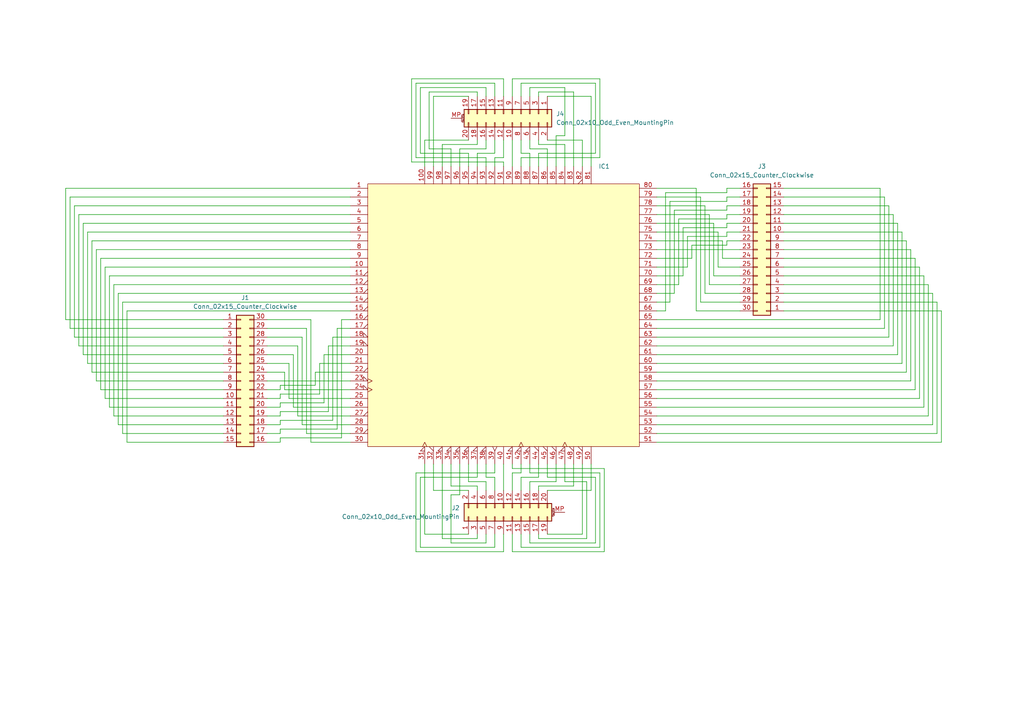
<source format=kicad_sch>
(kicad_sch (version 20250114) (generator "eeschema") (generator_version "9.0")
  (paper "A4")
  (title_block (title "PQFP-100 adapter board") (date "2025-02-25") (rev "1") (company "TMG") (comment 1 "Prototype board series 1"))
  (lib_symbols
    (symbol "Connector_Generic:Conn_02x15_Counter_Clockwise" (pin_names (offset 1.016) (hide yes))
      (property "Reference" "J" (at 1.27 20.32 0))
      (property "Value" "Conn_02x15_Counter_Clockwise" (at 1.27 -20.32 0))
      (symbol "Conn_02x15_Counter_Clockwise_1_1"
        (rectangle (start -1.27 19.05) (end 3.81 -19.05) (stroke (width 0.254)) (fill (type background)))
        (rectangle (start -1.27 17.907) (end 0 17.653) (stroke (width 0.1524)))
        (rectangle (start -1.27 15.367) (end 0 15.113) (stroke (width 0.1524)))
        (rectangle (start -1.27 12.827) (end 0 12.573) (stroke (width 0.1524)))
        (rectangle (start -1.27 10.287) (end 0 10.033) (stroke (width 0.1524)))
        (rectangle (start -1.27 7.747) (end 0 7.493) (stroke (width 0.1524)))
        (rectangle (start -1.27 5.207) (end 0 4.953) (stroke (width 0.1524)))
        (rectangle (start -1.27 2.667) (end 0 2.413) (stroke (width 0.1524)))
        (rectangle (start -1.27 0.127) (end 0 -0.127) (stroke (width 0.1524)))
        (rectangle (start -1.27 -2.413) (end 0 -2.667) (stroke (width 0.1524)))
        (rectangle (start -1.27 -4.953) (end 0 -5.207) (stroke (width 0.1524)))
        (rectangle (start -1.27 -7.493) (end 0 -7.747) (stroke (width 0.1524)))
        (rectangle (start -1.27 -10.033) (end 0 -10.287) (stroke (width 0.1524)))
        (rectangle (start -1.27 -12.573) (end 0 -12.827) (stroke (width 0.1524)))
        (rectangle (start -1.27 -15.113) (end 0 -15.367) (stroke (width 0.1524)))
        (rectangle (start -1.27 -17.653) (end 0 -17.907) (stroke (width 0.1524)))
        (rectangle (start 3.81 17.907) (end 2.54 17.653) (stroke (width 0.1524)))
        (rectangle (start 3.81 15.367) (end 2.54 15.113) (stroke (width 0.1524)))
        (rectangle (start 3.81 12.827) (end 2.54 12.573) (stroke (width 0.1524)))
        (rectangle (start 3.81 10.287) (end 2.54 10.033) (stroke (width 0.1524)))
        (rectangle (start 3.81 7.747) (end 2.54 7.493) (stroke (width 0.1524)))
        (rectangle (start 3.81 5.207) (end 2.54 4.953) (stroke (width 0.1524)))
        (rectangle (start 3.81 2.667) (end 2.54 2.413) (stroke (width 0.1524)))
        (rectangle (start 3.81 0.127) (end 2.54 -0.127) (stroke (width 0.1524)))
        (rectangle (start 3.81 -2.413) (end 2.54 -2.667) (stroke (width 0.1524)))
        (rectangle (start 3.81 -4.953) (end 2.54 -5.207) (stroke (width 0.1524)))
        (rectangle (start 3.81 -7.493) (end 2.54 -7.747) (stroke (width 0.1524)))
        (rectangle (start 3.81 -10.033) (end 2.54 -10.287) (stroke (width 0.1524)))
        (rectangle (start 3.81 -12.573) (end 2.54 -12.827) (stroke (width 0.1524)))
        (rectangle (start 3.81 -15.113) (end 2.54 -15.367) (stroke (width 0.1524)))
        (rectangle (start 3.81 -17.653) (end 2.54 -17.907) (stroke (width 0.1524)))
        (pin passive line (at -5.08 17.78 0) (length 3.81) (name "Pin_1") (number "1"))
        (pin passive line (at -5.08 15.24 0) (length 3.81) (name "Pin_2") (number "2"))
        (pin passive line (at -5.08 12.7 0) (length 3.81) (name "Pin_3") (number "3"))
        (pin passive line (at -5.08 10.16 0) (length 3.81) (name "Pin_4") (number "4"))
        (pin passive line (at -5.08 7.62 0) (length 3.81) (name "Pin_5") (number "5"))
        (pin passive line (at -5.08 5.08 0) (length 3.81) (name "Pin_6") (number "6"))
        (pin passive line (at -5.08 2.54 0) (length 3.81) (name "Pin_7") (number "7"))
        (pin passive line (at -5.08 0 0) (length 3.81) (name "Pin_8") (number "8"))
        (pin passive line (at -5.08 -2.54 0) (length 3.81) (name "Pin_9") (number "9"))
        (pin passive line (at -5.08 -5.08 0) (length 3.81) (name "Pin_10") (number "10"))
        (pin passive line (at -5.08 -7.62 0) (length 3.81) (name "Pin_11") (number "11"))
        (pin passive line (at -5.08 -10.16 0) (length 3.81) (name "Pin_12") (number "12"))
        (pin passive line (at -5.08 -12.7 0) (length 3.81) (name "Pin_13") (number "13"))
        (pin passive line (at -5.08 -15.24 0) (length 3.81) (name "Pin_14") (number "14"))
        (pin passive line (at -5.08 -17.78 0) (length 3.81) (name "Pin_15") (number "15"))
        (pin passive line (at 7.62 17.78 180) (length 3.81) (name "Pin_30") (number "30"))
        (pin passive line (at 7.62 15.24 180) (length 3.81) (name "Pin_29") (number "29"))
        (pin passive line (at 7.62 12.7 180) (length 3.81) (name "Pin_28") (number "28"))
        (pin passive line (at 7.62 10.16 180) (length 3.81) (name "Pin_27") (number "27"))
        (pin passive line (at 7.62 7.62 180) (length 3.81) (name "Pin_26") (number "26"))
        (pin passive line (at 7.62 5.08 180) (length 3.81) (name "Pin_25") (number "25"))
        (pin passive line (at 7.62 2.54 180) (length 3.81) (name "Pin_24") (number "24"))
        (pin passive line (at 7.62 0 180) (length 3.81) (name "Pin_23") (number "23"))
        (pin passive line (at 7.62 -2.54 180) (length 3.81) (name "Pin_22") (number "22"))
        (pin passive line (at 7.62 -5.08 180) (length 3.81) (name "Pin_21") (number "21"))
        (pin passive line (at 7.62 -7.62 180) (length 3.81) (name "Pin_20") (number "20"))
        (pin passive line (at 7.62 -10.16 180) (length 3.81) (name "Pin_19") (number "19"))
        (pin passive line (at 7.62 -12.7 180) (length 3.81) (name "Pin_18") (number "18"))
        (pin passive line (at 7.62 -15.24 180) (length 3.81) (name "Pin_17") (number "17"))
        (pin passive line (at 7.62 -17.78 180) (length 3.81) (name "Pin_16") (number "16"))
      )
    )
    (symbol "Connector_Generic_MountingPin:Conn_02x10_Odd_Even_MountingPin" (pin_names (offset 1.016) (hide yes))
      (property "Reference" "J" (at 1.27 12.7 0))
      (property "Value" "Conn_02x10_Odd_Even_MountingPin" (at 2.54 -15.24 0))
      (symbol "Conn_02x10_Odd_Even_MountingPin_1_1"
        (rectangle (start -1.27 11.43) (end 3.81 -13.97) (stroke (width 0.254)) (fill (type background)))
        (rectangle (start -1.27 10.287) (end 0 10.033) (stroke (width 0.1524)))
        (rectangle (start -1.27 7.747) (end 0 7.493) (stroke (width 0.1524)))
        (rectangle (start -1.27 5.207) (end 0 4.953) (stroke (width 0.1524)))
        (rectangle (start -1.27 2.667) (end 0 2.413) (stroke (width 0.1524)))
        (rectangle (start -1.27 0.127) (end 0 -0.127) (stroke (width 0.1524)))
        (rectangle (start -1.27 -2.413) (end 0 -2.667) (stroke (width 0.1524)))
        (rectangle (start -1.27 -4.953) (end 0 -5.207) (stroke (width 0.1524)))
        (rectangle (start -1.27 -7.493) (end 0 -7.747) (stroke (width 0.1524)))
        (rectangle (start -1.27 -10.033) (end 0 -10.287) (stroke (width 0.1524)))
        (rectangle (start -1.27 -12.573) (end 0 -12.827) (stroke (width 0.1524)))
        (polyline (pts (xy 0.254 -14.732) (xy 2.286 -14.732)) (stroke (width 0.1524)))
        (rectangle (start 3.81 10.287) (end 2.54 10.033) (stroke (width 0.1524)))
        (rectangle (start 3.81 7.747) (end 2.54 7.493) (stroke (width 0.1524)))
        (rectangle (start 3.81 5.207) (end 2.54 4.953) (stroke (width 0.1524)))
        (rectangle (start 3.81 2.667) (end 2.54 2.413) (stroke (width 0.1524)))
        (rectangle (start 3.81 0.127) (end 2.54 -0.127) (stroke (width 0.1524)))
        (rectangle (start 3.81 -2.413) (end 2.54 -2.667) (stroke (width 0.1524)))
        (rectangle (start 3.81 -4.953) (end 2.54 -5.207) (stroke (width 0.1524)))
        (rectangle (start 3.81 -7.493) (end 2.54 -7.747) (stroke (width 0.1524)))
        (rectangle (start 3.81 -10.033) (end 2.54 -10.287) (stroke (width 0.1524)))
        (rectangle (start 3.81 -12.573) (end 2.54 -12.827) (stroke (width 0.1524)))
        (text "Mounting" (at 1.27 -14.351 0) (effects (font (size 0.381 0.381))))
        (pin passive line (at -5.08 10.16 0) (length 3.81) (name "Pin_1") (number "1"))
        (pin passive line (at -5.08 7.62 0) (length 3.81) (name "Pin_3") (number "3"))
        (pin passive line (at -5.08 5.08 0) (length 3.81) (name "Pin_5") (number "5"))
        (pin passive line (at -5.08 2.54 0) (length 3.81) (name "Pin_7") (number "7"))
        (pin passive line (at -5.08 0 0) (length 3.81) (name "Pin_9") (number "9"))
        (pin passive line (at -5.08 -2.54 0) (length 3.81) (name "Pin_11") (number "11"))
        (pin passive line (at -5.08 -5.08 0) (length 3.81) (name "Pin_13") (number "13"))
        (pin passive line (at -5.08 -7.62 0) (length 3.81) (name "Pin_15") (number "15"))
        (pin passive line (at -5.08 -10.16 0) (length 3.81) (name "Pin_17") (number "17"))
        (pin passive line (at -5.08 -12.7 0) (length 3.81) (name "Pin_19") (number "19"))
        (pin passive line (at 1.27 -17.78 90) (length 3.048) (name "MountPin") (number "MP"))
        (pin passive line (at 7.62 10.16 180) (length 3.81) (name "Pin_2") (number "2"))
        (pin passive line (at 7.62 7.62 180) (length 3.81) (name "Pin_4") (number "4"))
        (pin passive line (at 7.62 5.08 180) (length 3.81) (name "Pin_6") (number "6"))
        (pin passive line (at 7.62 2.54 180) (length 3.81) (name "Pin_8") (number "8"))
        (pin passive line (at 7.62 0 180) (length 3.81) (name "Pin_10") (number "10"))
        (pin passive line (at 7.62 -2.54 180) (length 3.81) (name "Pin_12") (number "12"))
        (pin passive line (at 7.62 -5.08 180) (length 3.81) (name "Pin_14") (number "14"))
        (pin passive line (at 7.62 -7.62 180) (length 3.81) (name "Pin_16") (number "16"))
        (pin passive line (at 7.62 -10.16 180) (length 3.81) (name "Pin_18") (number "18"))
        (pin passive line (at 7.62 -12.7 180) (length 3.81) (name "Pin_20") (number "20"))
      )
    )
    (symbol "Z80:Z380-100-PQFP" (pin_names (offset 0.762) (hide yes))
      (property "Reference" "IC" (at 0 2.54 0))
      (property "Value" "Z380-100-PQFP" (at 67.31 2.54 0))
      (symbol "Z380-100-PQFP_0_0"
        (pin tri_state line (at -5.08 -1.27 0) (length 5.08) (name "A05") (number "1"))
        (pin tri_state line (at -5.08 -3.81 0) (length 5.08) (name "A04") (number "2"))
        (pin tri_state line (at -5.08 -6.35 0) (length 5.08) (name "A03") (number "3"))
        (pin tri_state line (at -5.08 -8.89 0) (length 5.08) (name "A02") (number "4"))
        (pin tri_state line (at -5.08 -11.43 0) (length 5.08) (name "A01") (number "5"))
        (pin tri_state line (at -5.08 -13.97 0) (length 5.08) (name "A00") (number "6"))
        (pin power_in line (at -5.08 -16.51 0) (length 5.08) (name "VSS_1") (number "7"))
        (pin power_in line (at -5.08 -19.05 0) (length 5.08) (name "VDD_1") (number "8"))
        (pin power_in line (at -5.08 -21.59 0) (length 5.08) (name "VSS_2") (number "9"))
        (pin power_in line (at -5.08 -24.13 0) (length 5.08) (name "VDD_2") (number "10"))
        (pin tri_state output_low (at -5.08 -26.67 0) (length 5.08) (name "~{TREFR}") (number "11"))
        (pin tri_state output_low (at -5.08 -29.21 0) (length 5.08) (name "~{TREFA}") (number "12"))
        (pin tri_state output_low (at -5.08 -31.75 0) (length 5.08) (name "~{TREFC}") (number "13"))
        (pin tri_state output_low (at -5.08 -34.29 0) (length 5.08) (name "~{BHEN}") (number "14"))
        (pin tri_state output_low (at -5.08 -36.83 0) (length 5.08) (name "~{BLEN}") (number "15"))
        (pin tri_state output_low (at -5.08 -39.37 0) (length 5.08) (name "~{MRD}") (number "16"))
        (pin input output_low (at -5.08 -41.91 0) (length 5.08) (name "~{MWR}") (number "17"))
        (pin input input_low (at -5.08 -44.45 0) (length 5.08) (name "~{MSIZE}") (number "18"))
        (pin input input_low (at -5.08 -46.99 0) (length 5.08) (name "~{WAIT}") (number "19"))
        (pin tri_state line (at -5.08 -49.53 0) (length 5.08) (name "BUSCLK") (number "20"))
        (pin tri_state line (at -5.08 -52.07 0) (length 5.08) (name "IOCLK") (number "21"))
        (pin output output_low (at -5.08 -54.61 0) (length 5.08) (name "~{M1}") (number "22"))
        (pin tri_state clock_low (at -5.08 -57.15 0) (length 5.08) (name "~{IORQ}") (number "23"))
        (pin tri_state clock_low (at -5.08 -59.69 0) (length 5.08) (name "~{IORD}") (number "24"))
        (pin input line (at -5.08 -62.23 0) (length 5.08) (name "CLKI") (number "25"))
        (pin output line (at -5.08 -64.77 0) (length 5.08) (name "CLKO") (number "26"))
        (pin tri_state output_low (at -5.08 -67.31 0) (length 5.08) (name "~{IOWR}") (number "27"))
        (pin power_in line (at -5.08 -69.85 0) (length 5.08) (name "VSS_3") (number "28"))
        (pin tri_state output_low (at -5.08 -72.39 0) (length 5.08) (name "~{UMCS}") (number "29"))
        (pin power_in line (at -5.08 -74.93 0) (length 5.08) (name "VSS_4") (number "30"))
        (pin tri_state line (at 16.51 5.08 270) (length 5.08) (name "A06") (number "100"))
        (pin tri_state clock_low (at 16.51 -81.28 90) (length 5.08) (name "~{INTAK}") (number "31"))
        (pin tri_state line (at 19.05 5.08 270) (length 5.08) (name "A07") (number "99"))
        (pin tri_state output_low (at 19.05 -81.28 90) (length 5.08) (name "~{BACK}") (number "32"))
        (pin tri_state line (at 21.59 5.08 270) (length 5.08) (name "A08") (number "98"))
        (pin input input_low (at 21.59 -81.28 90) (length 5.08) (name "~{BREQ}") (number "33"))
        (pin tri_state line (at 24.13 5.08 270) (length 5.08) (name "A09") (number "97"))
        (pin input input_low (at 24.13 -81.28 90) (length 5.08) (name "~{RESET}") (number "34"))
        (pin tri_state line (at 26.67 5.08 270) (length 5.08) (name "A10") (number "96"))
        (pin input input_low (at 26.67 -81.28 90) (length 5.08) (name "~{INT3}") (number "35"))
        (pin tri_state line (at 29.21 5.08 270) (length 5.08) (name "A11") (number "95"))
        (pin input input_low (at 29.21 -81.28 90) (length 5.08) (name "~{INT2}") (number "36"))
        (pin tri_state line (at 31.75 5.08 270) (length 5.08) (name "A12") (number "94"))
        (pin input input_low (at 31.75 -81.28 90) (length 5.08) (name "~{INT1}") (number "37"))
        (pin tri_state line (at 34.29 5.08 270) (length 5.08) (name "A13") (number "93"))
        (pin input input_low (at 34.29 -81.28 90) (length 5.08) (name "~{INT0}") (number "38"))
        (pin tri_state line (at 36.83 5.08 270) (length 5.08) (name "A14") (number "92"))
        (pin input edge_clock_high (at 36.83 -81.28 90) (length 5.08) (name "~{NMI}") (number "39"))
        (pin tri_state line (at 39.37 5.08 270) (length 5.08) (name "A15") (number "91"))
        (pin input line (at 39.37 -81.28 90) (length 5.08) (name "CLKSEL") (number "40"))
        (pin power_in line (at 41.91 5.08 270) (length 5.08) (name "VDD_8") (number "90"))
        (pin tri_state input_low (at 41.91 -81.28 90) (length 5.08) (name "~{HALT}") (number "41"))
        (pin power_in line (at 44.45 5.08 270) (length 5.08) (name "VSS_8") (number "89"))
        (pin tri_state clock_low (at 44.45 -81.28 90) (length 5.08) (name "~{STNBY}") (number "42"))
        (pin power_in line (at 46.99 5.08 270) (length 5.08) (name "VDD_7") (number "88"))
        (pin input input_low (at 46.99 -81.28 90) (length 5.08) (name "~{EV}") (number "43"))
        (pin tri_state line (at 49.53 5.08 270) (length 5.08) (name "A16") (number "87"))
        (pin tri_state output_low (at 49.53 -81.28 90) (length 5.08) (name "~{UMCS}") (number "44"))
        (pin tri_state line (at 52.07 5.08 270) (length 5.08) (name "A17") (number "86"))
        (pin tri_state output_low (at 52.07 -81.28 90) (length 5.08) (name "~{MCS3}") (number "45"))
        (pin tri_state line (at 54.61 5.08 270) (length 5.08) (name "A18") (number "85"))
        (pin tri_state output_low (at 54.61 -81.28 90) (length 5.08) (name "~{MCS2}") (number "46"))
        (pin tri_state line (at 57.15 5.08 270) (length 5.08) (name "A19") (number "84"))
        (pin tri_state clock_low (at 57.15 -81.28 90) (length 5.08) (name "~{MCS1}") (number "47"))
        (pin tri_state line (at 59.69 5.08 270) (length 5.08) (name "A20") (number "83"))
        (pin tri_state output_low (at 59.69 -81.28 90) (length 5.08) (name "~{MCS0}") (number "48"))
        (pin tri_state output_low (at 62.23 5.08 270) (length 5.08) (name "A21") (number "82"))
        (pin tri_state output_low (at 62.23 -81.28 90) (length 5.08) (name "~{LMCS}") (number "49"))
        (pin tri_state line (at 64.77 5.08 270) (length 5.08) (name "A22") (number "81"))
        (pin power_in line (at 64.77 -81.28 90) (length 5.08) (name "VDD_4") (number "50"))
        (pin tri_state line (at 83.82 -1.27 180) (length 5.08) (name "A23") (number "80"))
        (pin tri_state line (at 83.82 -3.81 180) (length 5.08) (name "A24") (number "79"))
        (pin tri_state line (at 83.82 -6.35 180) (length 5.08) (name "A25") (number "78"))
        (pin tri_state line (at 83.82 -8.89 180) (length 5.08) (name "A26") (number "77"))
        (pin tri_state line (at 83.82 -11.43 180) (length 5.08) (name "A27") (number "76"))
        (pin tri_state line (at 83.82 -13.97 180) (length 5.08) (name "A28") (number "75"))
        (pin tri_state line (at 83.82 -16.51 180) (length 5.08) (name "A29") (number "74"))
        (pin tri_state line (at 83.82 -19.05 180) (length 5.08) (name "A30") (number "73"))
        (pin tri_state line (at 83.82 -21.59 180) (length 5.08) (name "A31") (number "72"))
        (pin power_in line (at 83.82 -24.13 180) (length 5.08) (name "VSS_7") (number "71"))
        (pin power_in line (at 83.82 -26.67 180) (length 5.08) (name "VDD_6") (number "70"))
        (pin power_in line (at 83.82 -29.21 180) (length 5.08) (name "VSS_6") (number "69"))
        (pin tri_state line (at 83.82 -31.75 180) (length 5.08) (name "D00") (number "68"))
        (pin tri_state line (at 83.82 -34.29 180) (length 5.08) (name "D01") (number "67"))
        (pin tri_state line (at 83.82 -36.83 180) (length 5.08) (name "D02") (number "66"))
        (pin tri_state line (at 83.82 -39.37 180) (length 5.08) (name "D03") (number "65"))
        (pin tri_state line (at 83.82 -41.91 180) (length 5.08) (name "D04") (number "64"))
        (pin tri_state line (at 83.82 -44.45 180) (length 5.08) (name "D05") (number "63"))
        (pin tri_state line (at 83.82 -46.99 180) (length 5.08) (name "D06") (number "62"))
        (pin tri_state line (at 83.82 -49.53 180) (length 5.08) (name "D07") (number "61"))
        (pin tri_state line (at 83.82 -52.07 180) (length 5.08) (name "D08") (number "60"))
        (pin tri_state line (at 83.82 -54.61 180) (length 5.08) (name "D09") (number "59"))
        (pin tri_state line (at 83.82 -57.15 180) (length 5.08) (name "D10") (number "58"))
        (pin tri_state line (at 83.82 -59.69 180) (length 5.08) (name "D11") (number "57"))
        (pin tri_state line (at 83.82 -62.23 180) (length 5.08) (name "D12") (number "56"))
        (pin tri_state line (at 83.82 -64.77 180) (length 5.08) (name "D13") (number "55"))
        (pin tri_state line (at 83.82 -67.31 180) (length 5.08) (name "D14") (number "54"))
        (pin tri_state line (at 83.82 -69.85 180) (length 5.08) (name "D15") (number "53"))
        (pin power_out line (at 83.82 -72.39 180) (length 5.08) (name "VDD_5") (number "52"))
        (pin power_in line (at 83.82 -74.93 180) (length 5.08) (name "VSS_5") (number "51"))
      )
      (symbol "Z380-100-PQFP_0_1"
        (rectangle (start 78.74 -76.2) (end 0 0) (fill (type background)))
      )
    )
  )
  (no_connect (at 88.9 -173.99))
  (wire (pts (xy 82.55 107.95) (xy 82.55 113.03)))
  (wire (pts (xy 207.01 64.77) (xy 190.5 64.77)))
  (wire (pts (xy 146.05 154.94) (xy 146.05 160.02)))
  (wire (pts (xy 190.5 77.47) (xy 199.39 77.47)))
  (wire (pts (xy 148.59 160.02) (xy 175.26 160.02)))
  (wire (pts (xy 204.47 85.09) (xy 204.47 59.69)))
  (wire (pts (xy 262.89 107.95) (xy 190.5 107.95)))
  (wire (pts (xy 214.63 85.09) (xy 204.47 85.09)))
  (wire (pts (xy 168.91 154.94) (xy 168.91 134.62)))
  (wire (pts (xy 135.89 27.94) (xy 125.73 27.94)))
  (wire (pts (xy 120.65 160.02) (xy 120.65 137.16)))
  (wire (pts (xy 135.89 40.64) (xy 123.19 40.64)))
  (wire (pts (xy 259.08 100.33) (xy 190.5 100.33)))
  (wire (pts (xy 148.59 22.86) (xy 173.99 22.86)))
  (wire (pts (xy 120.65 45.72) (xy 120.65 24.13)))
  (wire (pts (xy 227.33 72.39) (xy 264.16 72.39)))
  (wire (pts (xy 101.6 115.57) (xy 83.82 115.57)))
  (wire (pts (xy 130.81 143.51) (xy 130.81 157.48)))
  (wire (pts (xy 77.47 125.73) (xy 81.28 125.73)))
  (wire (pts (xy 87.63 123.19) (xy 101.6 123.19)))
  (wire (pts (xy 172.72 24.13) (xy 151.13 24.13)))
  (wire (pts (xy 77.47 128.27) (xy 81.28 128.27)))
  (wire (pts (xy 148.59 154.94) (xy 148.59 160.02)))
  (wire (pts (xy 138.43 44.45) (xy 138.43 48.26)))
  (wire (pts (xy 170.18 156.21) (xy 170.18 139.7)))
  (wire (pts (xy 19.05 54.61) (xy 101.6 54.61)))
  (wire (pts (xy 22.86 62.23) (xy 101.6 62.23)))
  (wire (pts (xy 81.28 125.73) (xy 81.28 124.46)))
  (wire (pts (xy 170.18 139.7) (xy 163.83 139.7)))
  (wire (pts (xy 121.92 158.75) (xy 143.51 158.75)))
  (wire (pts (xy 146.05 22.86) (xy 119.38 22.86)))
  (wire (pts (xy 214.63 74.93) (xy 209.55 74.93)))
  (wire (pts (xy 101.6 57.15) (xy 20.32 57.15)))
  (wire (pts (xy 135.89 154.94) (xy 123.19 154.94)))
  (wire (pts (xy 171.45 142.24) (xy 171.45 134.62)))
  (wire (pts (xy 210.82 59.69) (xy 210.82 60.96)))
  (wire (pts (xy 140.97 48.26) (xy 140.97 45.72)))
  (wire (pts (xy 214.63 57.15) (xy 210.82 57.15)))
  (wire (pts (xy 264.16 72.39) (xy 264.16 110.49)))
  (wire (pts (xy 83.82 115.57) (xy 83.82 105.41)))
  (wire (pts (xy 36.83 90.17) (xy 36.83 128.27)))
  (wire (pts (xy 95.25 119.38) (xy 81.28 119.38)))
  (wire (pts (xy 271.78 87.63) (xy 227.33 87.63)))
  (wire (pts (xy 190.5 57.15) (xy 203.2 57.15)))
  (wire (pts (xy 163.83 25.4) (xy 153.67 25.4)))
  (wire (pts (xy 273.05 128.27) (xy 190.5 128.27)))
  (wire (pts (xy 257.81 59.69) (xy 257.81 97.79)))
  (wire (pts (xy 143.51 138.43) (xy 140.97 138.43)))
  (wire (pts (xy 158.75 43.18) (xy 158.75 48.26)))
  (wire (pts (xy 166.37 140.97) (xy 166.37 134.62)))
  (wire (pts (xy 133.35 143.51) (xy 130.81 143.51)))
  (wire (pts (xy 81.28 114.3) (xy 81.28 115.57)))
  (wire (pts (xy 190.5 67.31) (xy 208.28 67.31)))
  (wire (pts (xy 29.21 113.03) (xy 64.77 113.03)))
  (wire (pts (xy 88.9 95.25) (xy 77.47 95.25)))
  (wire (pts (xy 214.63 69.85) (xy 210.82 69.85)))
  (wire (pts (xy 148.59 40.64) (xy 148.59 48.26)))
  (wire (pts (xy 156.21 27.94) (xy 156.21 26.67)))
  (wire (pts (xy 193.04 55.88) (xy 210.82 55.88)))
  (wire (pts (xy 119.38 22.86) (xy 119.38 46.99)))
  (wire (pts (xy 151.13 45.72) (xy 151.13 48.26)))
  (wire (pts (xy 81.28 116.84) (xy 93.98 116.84)))
  (wire (pts (xy 214.63 54.61) (xy 210.82 54.61)))
  (wire (pts (xy 130.81 43.18) (xy 130.81 48.26)))
  (wire (pts (xy 199.39 68.58) (xy 210.82 68.58)))
  (wire (pts (xy 143.51 45.72) (xy 143.51 48.26)))
  (wire (pts (xy 27.94 110.49) (xy 27.94 72.39)))
  (wire (pts (xy 34.29 123.19) (xy 34.29 85.09)))
  (wire (pts (xy 214.63 72.39) (xy 190.5 72.39)))
  (wire (pts (xy 196.85 82.55) (xy 196.85 63.5)))
  (wire (pts (xy 161.29 39.37) (xy 163.83 39.37)))
  (wire (pts (xy 264.16 110.49) (xy 190.5 110.49)))
  (wire (pts (xy 156.21 142.24) (xy 156.21 140.97)))
  (wire (pts (xy 153.67 40.64) (xy 153.67 43.18)))
  (wire (pts (xy 64.77 100.33) (xy 22.86 100.33)))
  (wire (pts (xy 194.31 87.63) (xy 190.5 87.63)))
  (wire (pts (xy 190.5 118.11) (xy 267.97 118.11)))
  (wire (pts (xy 210.82 69.85) (xy 210.82 71.12)))
  (wire (pts (xy 172.72 138.43) (xy 172.72 157.48)))
  (wire (pts (xy 77.47 123.19) (xy 81.28 123.19)))
  (wire (pts (xy 101.6 125.73) (xy 88.9 125.73)))
  (wire (pts (xy 138.43 138.43) (xy 121.92 138.43)))
  (wire (pts (xy 143.51 24.13) (xy 143.51 27.94)))
  (wire (pts (xy 227.33 77.47) (xy 266.7 77.47)))
  (wire (pts (xy 153.67 25.4) (xy 153.67 27.94)))
  (wire (pts (xy 81.28 120.65) (xy 77.47 120.65)))
  (wire (pts (xy 101.6 59.69) (xy 21.59 59.69)))
  (wire (pts (xy 140.97 43.18) (xy 140.97 40.64)))
  (wire (pts (xy 20.32 57.15) (xy 20.32 95.25)))
  (wire (pts (xy 173.99 45.72) (xy 151.13 45.72)))
  (wire (pts (xy 124.46 43.18) (xy 130.81 43.18)))
  (wire (pts (xy 261.62 67.31) (xy 261.62 105.41)))
  (wire (pts (xy 81.28 118.11) (xy 81.28 116.84)))
  (wire (pts (xy 204.47 59.69) (xy 190.5 59.69)))
  (wire (pts (xy 151.13 24.13) (xy 151.13 27.94)))
  (wire (pts (xy 156.21 154.94) (xy 156.21 156.21)))
  (wire (pts (xy 255.27 54.61) (xy 227.33 54.61)))
  (wire (pts (xy 210.82 57.15) (xy 210.82 58.42)))
  (wire (pts (xy 256.54 95.25) (xy 190.5 95.25)))
  (wire (pts (xy 140.97 139.7) (xy 135.89 139.7)))
  (wire (pts (xy 36.83 128.27) (xy 64.77 128.27)))
  (wire (pts (xy 143.51 40.64) (xy 143.51 44.45)))
  (wire (pts (xy 156.21 48.26) (xy 156.21 44.45)))
  (wire (pts (xy 163.83 39.37) (xy 163.83 25.4)))
  (wire (pts (xy 209.55 74.93) (xy 209.55 69.85)))
  (wire (pts (xy 97.79 95.25) (xy 101.6 95.25)))
  (wire (pts (xy 203.2 57.15) (xy 203.2 87.63)))
  (wire (pts (xy 227.33 90.17) (xy 273.05 90.17)))
  (wire (pts (xy 267.97 118.11) (xy 267.97 80.01)))
  (wire (pts (xy 81.28 111.76) (xy 91.44 111.76)))
  (wire (pts (xy 262.89 107.95) (xy 262.89 69.85)))
  (wire (pts (xy 200.66 71.12) (xy 200.66 74.93)))
  (wire (pts (xy 156.21 41.91) (xy 163.83 41.91)))
  (wire (pts (xy 93.98 116.84) (xy 93.98 102.87)))
  (wire (pts (xy 96.52 97.79) (xy 101.6 97.79)))
  (wire (pts (xy 85.09 118.11) (xy 101.6 118.11)))
  (wire (pts (xy 146.05 27.94) (xy 146.05 22.86)))
  (wire (pts (xy 22.86 100.33) (xy 22.86 62.23)))
  (wire (pts (xy 265.43 113.03) (xy 190.5 113.03)))
  (wire (pts (xy 270.51 123.19) (xy 270.51 85.09)))
  (wire (pts (xy 133.35 48.26) (xy 133.35 43.18)))
  (wire (pts (xy 133.35 43.18) (xy 140.97 43.18)))
  (wire (pts (xy 81.28 113.03) (xy 81.28 111.76)))
  (wire (pts (xy 156.21 140.97) (xy 166.37 140.97)))
  (wire (pts (xy 172.72 157.48) (xy 153.67 157.48)))
  (wire (pts (xy 201.93 54.61) (xy 190.5 54.61)))
  (wire (pts (xy 151.13 137.16) (xy 151.13 134.62)))
  (wire (pts (xy 140.97 138.43) (xy 140.97 134.62)))
  (wire (pts (xy 269.24 120.65) (xy 190.5 120.65)))
  (wire (pts (xy 214.63 64.77) (xy 210.82 64.77)))
  (wire (pts (xy 270.51 85.09) (xy 227.33 85.09)))
  (wire (pts (xy 227.33 67.31) (xy 261.62 67.31)))
  (wire (pts (xy 163.83 41.91) (xy 163.83 48.26)))
  (wire (pts (xy 151.13 44.45) (xy 153.67 44.45)))
  (wire (pts (xy 267.97 80.01) (xy 227.33 80.01)))
  (wire (pts (xy 125.73 27.94) (xy 125.73 48.26)))
  (wire (pts (xy 214.63 80.01) (xy 207.01 80.01)))
  (wire (pts (xy 19.05 92.71) (xy 19.05 54.61)))
  (wire (pts (xy 146.05 40.64) (xy 146.05 45.72)))
  (wire (pts (xy 163.83 139.7) (xy 163.83 134.62)))
  (wire (pts (xy 24.13 102.87) (xy 64.77 102.87)))
  (wire (pts (xy 257.81 97.79) (xy 190.5 97.79)))
  (wire (pts (xy 64.77 92.71) (xy 19.05 92.71)))
  (wire (pts (xy 31.75 80.01) (xy 31.75 118.11)))
  (wire (pts (xy 173.99 137.16) (xy 173.99 158.75)))
  (wire (pts (xy 190.5 90.17) (xy 193.04 90.17)))
  (wire (pts (xy 146.05 160.02) (xy 120.65 160.02)))
  (wire (pts (xy 140.97 25.4) (xy 140.97 27.94)))
  (wire (pts (xy 138.43 41.91) (xy 128.27 41.91)))
  (wire (pts (xy 262.89 69.85) (xy 227.33 69.85)))
  (wire (pts (xy 260.35 102.87) (xy 190.5 102.87)))
  (wire (pts (xy 190.5 62.23) (xy 205.74 62.23)))
  (wire (pts (xy 64.77 110.49) (xy 27.94 110.49)))
  (wire (pts (xy 128.27 156.21) (xy 128.27 134.62)))
  (wire (pts (xy 91.44 107.95) (xy 101.6 107.95)))
  (wire (pts (xy 81.28 119.38) (xy 81.28 120.65)))
  (wire (pts (xy 271.78 125.73) (xy 271.78 87.63)))
  (wire (pts (xy 96.52 121.92) (xy 96.52 97.79)))
  (wire (pts (xy 208.28 77.47) (xy 214.63 77.47)))
  (wire (pts (xy 82.55 113.03) (xy 101.6 113.03)))
  (wire (pts (xy 31.75 118.11) (xy 64.77 118.11)))
  (wire (pts (xy 25.4 105.41) (xy 25.4 67.31)))
  (wire (pts (xy 158.75 134.62) (xy 158.75 138.43)))
  (wire (pts (xy 30.48 115.57) (xy 30.48 77.47)))
  (wire (pts (xy 261.62 105.41) (xy 190.5 105.41)))
  (wire (pts (xy 161.29 139.7) (xy 153.67 139.7)))
  (wire (pts (xy 151.13 158.75) (xy 151.13 154.94)))
  (wire (pts (xy 92.71 105.41) (xy 92.71 114.3)))
  (wire (pts (xy 259.08 62.23) (xy 227.33 62.23)))
  (wire (pts (xy 21.59 59.69) (xy 21.59 97.79)))
  (wire (pts (xy 156.21 156.21) (xy 170.18 156.21)))
  (wire (pts (xy 143.51 142.24) (xy 143.51 138.43)))
  (wire (pts (xy 205.74 82.55) (xy 214.63 82.55)))
  (wire (pts (xy 198.12 66.04) (xy 198.12 80.01)))
  (wire (pts (xy 153.67 43.18) (xy 158.75 43.18)))
  (wire (pts (xy 208.28 67.31) (xy 208.28 77.47)))
  (wire (pts (xy 138.43 154.94) (xy 138.43 156.21)))
  (wire (pts (xy 121.92 25.4) (xy 140.97 25.4)))
  (wire (pts (xy 125.73 142.24) (xy 125.73 134.62)))
  (wire (pts (xy 175.26 135.89) (xy 148.59 135.89)))
  (wire (pts (xy 29.21 74.93) (xy 101.6 74.93)))
  (wire (pts (xy 210.82 64.77) (xy 210.82 66.04)))
  (wire (pts (xy 138.43 142.24) (xy 138.43 140.97)))
  (wire (pts (xy 151.13 40.64) (xy 151.13 44.45)))
  (wire (pts (xy 101.6 120.65) (xy 86.36 120.65)))
  (wire (pts (xy 81.28 123.19) (xy 81.28 121.92)))
  (wire (pts (xy 81.28 115.57) (xy 77.47 115.57)))
  (wire (pts (xy 90.17 128.27) (xy 101.6 128.27)))
  (wire (pts (xy 120.65 24.13) (xy 143.51 24.13)))
  (wire (pts (xy 138.43 134.62) (xy 138.43 138.43)))
  (wire (pts (xy 207.01 80.01) (xy 207.01 64.77)))
  (wire (pts (xy 91.44 111.76) (xy 91.44 107.95)))
  (wire (pts (xy 190.5 125.73) (xy 271.78 125.73)))
  (wire (pts (xy 25.4 67.31) (xy 101.6 67.31)))
  (wire (pts (xy 153.67 157.48) (xy 153.67 154.94)))
  (wire (pts (xy 171.45 27.94) (xy 171.45 48.26)))
  (wire (pts (xy 201.93 90.17) (xy 201.93 54.61)))
  (wire (pts (xy 90.17 92.71) (xy 90.17 128.27)))
  (wire (pts (xy 265.43 74.93) (xy 227.33 74.93)))
  (wire (pts (xy 138.43 27.94) (xy 138.43 26.67)))
  (wire (pts (xy 33.02 82.55) (xy 101.6 82.55)))
  (wire (pts (xy 81.28 127) (xy 81.28 128.27)))
  (wire (pts (xy 168.91 40.64) (xy 168.91 48.26)))
  (wire (pts (xy 138.43 26.67) (xy 124.46 26.67)))
  (wire (pts (xy 166.37 26.67) (xy 166.37 48.26)))
  (wire (pts (xy 273.05 90.17) (xy 273.05 128.27)))
  (wire (pts (xy 210.82 58.42) (xy 194.31 58.42)))
  (wire (pts (xy 158.75 27.94) (xy 171.45 27.94)))
  (wire (pts (xy 153.67 139.7) (xy 153.67 142.24)))
  (wire (pts (xy 146.05 46.99) (xy 146.05 48.26)))
  (wire (pts (xy 260.35 64.77) (xy 227.33 64.77)))
  (wire (pts (xy 101.6 92.71) (xy 99.06 92.71)))
  (wire (pts (xy 34.29 85.09) (xy 101.6 85.09)))
  (wire (pts (xy 259.08 100.33) (xy 259.08 62.23)))
  (wire (pts (xy 77.47 110.49) (xy 101.6 110.49)))
  (wire (pts (xy 77.47 113.03) (xy 81.28 113.03)))
  (wire (pts (xy 156.21 26.67) (xy 166.37 26.67)))
  (wire (pts (xy 266.7 77.47) (xy 266.7 115.57)))
  (wire (pts (xy 88.9 125.73) (xy 88.9 95.25)))
  (wire (pts (xy 255.27 92.71) (xy 190.5 92.71)))
  (wire (pts (xy 256.54 57.15) (xy 256.54 95.25)))
  (wire (pts (xy 35.56 87.63) (xy 101.6 87.63)))
  (wire (pts (xy 205.74 62.23) (xy 205.74 82.55)))
  (wire (pts (xy 97.79 124.46) (xy 97.79 95.25)))
  (wire (pts (xy 133.35 134.62) (xy 133.35 143.51)))
  (wire (pts (xy 26.67 107.95) (xy 64.77 107.95)))
  (wire (pts (xy 156.21 44.45) (xy 172.72 44.45)))
  (wire (pts (xy 95.25 100.33) (xy 95.25 119.38)))
  (wire (pts (xy 20.32 95.25) (xy 64.77 95.25)))
  (wire (pts (xy 123.19 154.94) (xy 123.19 134.62)))
  (wire (pts (xy 31.75 80.01) (xy 101.6 80.01)))
  (wire (pts (xy 193.04 90.17) (xy 193.04 55.88)))
  (wire (pts (xy 101.6 105.41) (xy 92.71 105.41)))
  (wire (pts (xy 26.67 69.85) (xy 101.6 69.85)))
  (wire (pts (xy 203.2 87.63) (xy 214.63 87.63)))
  (wire (pts (xy 64.77 123.19) (xy 34.29 123.19)))
  (wire (pts (xy 198.12 80.01) (xy 190.5 80.01)))
  (wire (pts (xy 140.97 45.72) (xy 120.65 45.72)))
  (wire (pts (xy 81.28 121.92) (xy 96.52 121.92)))
  (wire (pts (xy 153.67 134.62) (xy 153.67 137.16)))
  (wire (pts (xy 101.6 64.77) (xy 24.13 64.77)))
  (wire (pts (xy 135.89 142.24) (xy 125.73 142.24)))
  (wire (pts (xy 64.77 125.73) (xy 35.56 125.73)))
  (wire (pts (xy 158.75 40.64) (xy 168.91 40.64)))
  (wire (pts (xy 130.81 157.48) (xy 140.97 157.48)))
  (wire (pts (xy 124.46 26.67) (xy 124.46 43.18)))
  (wire (pts (xy 260.35 102.87) (xy 260.35 64.77)))
  (wire (pts (xy 158.75 154.94) (xy 168.91 154.94)))
  (wire (pts (xy 255.27 92.71) (xy 255.27 54.61)))
  (wire (pts (xy 200.66 74.93) (xy 190.5 74.93)))
  (wire (pts (xy 153.67 44.45) (xy 153.67 48.26)))
  (wire (pts (xy 172.72 44.45) (xy 172.72 24.13)))
  (wire (pts (xy 210.82 71.12) (xy 200.66 71.12)))
  (wire (pts (xy 138.43 156.21) (xy 128.27 156.21)))
  (wire (pts (xy 24.13 64.77) (xy 24.13 102.87)))
  (wire (pts (xy 101.6 100.33) (xy 95.25 100.33)))
  (wire (pts (xy 148.59 135.89) (xy 148.59 134.62)))
  (wire (pts (xy 210.82 67.31) (xy 214.63 67.31)))
  (wire (pts (xy 27.94 72.39) (xy 101.6 72.39)))
  (wire (pts (xy 138.43 140.97) (xy 130.81 140.97)))
  (wire (pts (xy 30.48 77.47) (xy 101.6 77.47)))
  (wire (pts (xy 227.33 82.55) (xy 269.24 82.55)))
  (wire (pts (xy 156.21 40.64) (xy 156.21 41.91)))
  (wire (pts (xy 83.82 105.41) (xy 77.47 105.41)))
  (wire (pts (xy 21.59 97.79) (xy 64.77 97.79)))
  (wire (pts (xy 146.05 45.72) (xy 143.51 45.72)))
  (wire (pts (xy 77.47 102.87) (xy 85.09 102.87)))
  (wire (pts (xy 143.51 137.16) (xy 143.51 134.62)))
  (wire (pts (xy 266.7 115.57) (xy 190.5 115.57)))
  (wire (pts (xy 190.5 123.19) (xy 270.51 123.19)))
  (wire (pts (xy 138.43 40.64) (xy 138.43 41.91)))
  (wire (pts (xy 121.92 138.43) (xy 121.92 158.75)))
  (wire (pts (xy 130.81 140.97) (xy 130.81 134.62)))
  (wire (pts (xy 158.75 142.24) (xy 171.45 142.24)))
  (wire (pts (xy 158.75 138.43) (xy 172.72 138.43)))
  (wire (pts (xy 86.36 100.33) (xy 77.47 100.33)))
  (wire (pts (xy 148.59 27.94) (xy 148.59 22.86)))
  (wire (pts (xy 81.28 124.46) (xy 97.79 124.46)))
  (wire (pts (xy 210.82 62.23) (xy 214.63 62.23)))
  (wire (pts (xy 195.58 85.09) (xy 190.5 85.09)))
  (wire (pts (xy 128.27 41.91) (xy 128.27 48.26)))
  (wire (pts (xy 93.98 102.87) (xy 101.6 102.87)))
  (wire (pts (xy 120.65 137.16) (xy 143.51 137.16)))
  (wire (pts (xy 140.97 142.24) (xy 140.97 139.7)))
  (wire (pts (xy 35.56 125.73) (xy 35.56 87.63)))
  (wire (pts (xy 135.89 48.26) (xy 135.89 44.45)))
  (wire (pts (xy 151.13 138.43) (xy 156.21 138.43)))
  (wire (pts (xy 210.82 66.04) (xy 198.12 66.04)))
  (wire (pts (xy 143.51 158.75) (xy 143.51 154.94)))
  (wire (pts (xy 153.67 137.16) (xy 173.99 137.16)))
  (wire (pts (xy 143.51 44.45) (xy 138.43 44.45)))
  (wire (pts (xy 196.85 63.5) (xy 210.82 63.5)))
  (wire (pts (xy 123.19 40.64) (xy 123.19 48.26)))
  (wire (pts (xy 194.31 58.42) (xy 194.31 87.63)))
  (wire (pts (xy 135.89 44.45) (xy 121.92 44.45)))
  (wire (pts (xy 227.33 57.15) (xy 256.54 57.15)))
  (wire (pts (xy 209.55 69.85) (xy 190.5 69.85)))
  (wire (pts (xy 148.59 142.24) (xy 148.59 137.16)))
  (wire (pts (xy 210.82 55.88) (xy 210.82 54.61)))
  (wire (pts (xy 146.05 142.24) (xy 146.05 134.62)))
  (wire (pts (xy 190.5 82.55) (xy 196.85 82.55)))
  (wire (pts (xy 210.82 60.96) (xy 195.58 60.96)))
  (wire (pts (xy 227.33 59.69) (xy 257.81 59.69)))
  (wire (pts (xy 64.77 115.57) (xy 30.48 115.57)))
  (wire (pts (xy 92.71 114.3) (xy 81.28 114.3)))
  (wire (pts (xy 214.63 59.69) (xy 210.82 59.69)))
  (wire (pts (xy 99.06 92.71) (xy 99.06 127)))
  (wire (pts (xy 33.02 120.65) (xy 64.77 120.65)))
  (wire (pts (xy 173.99 22.86) (xy 173.99 45.72)))
  (wire (pts (xy 33.02 82.55) (xy 33.02 120.65)))
  (wire (pts (xy 99.06 127) (xy 81.28 127)))
  (wire (pts (xy 195.58 60.96) (xy 195.58 85.09)))
  (wire (pts (xy 269.24 82.55) (xy 269.24 120.65)))
  (wire (pts (xy 119.38 46.99) (xy 146.05 46.99)))
  (wire (pts (xy 77.47 97.79) (xy 87.63 97.79)))
  (wire (pts (xy 210.82 63.5) (xy 210.82 62.23)))
  (wire (pts (xy 26.67 69.85) (xy 26.67 107.95)))
  (wire (pts (xy 161.29 48.26) (xy 161.29 39.37)))
  (wire (pts (xy 135.89 139.7) (xy 135.89 134.62)))
  (wire (pts (xy 86.36 120.65) (xy 86.36 100.33)))
  (wire (pts (xy 173.99 158.75) (xy 151.13 158.75)))
  (wire (pts (xy 121.92 44.45) (xy 121.92 25.4)))
  (wire (pts (xy 148.59 137.16) (xy 151.13 137.16)))
  (wire (pts (xy 64.77 105.41) (xy 25.4 105.41)))
  (wire (pts (xy 161.29 134.62) (xy 161.29 139.7)))
  (wire (pts (xy 210.82 68.58) (xy 210.82 67.31)))
  (wire (pts (xy 29.21 74.93) (xy 29.21 113.03)))
  (wire (pts (xy 156.21 138.43) (xy 156.21 134.62)))
  (wire (pts (xy 77.47 92.71) (xy 90.17 92.71)))
  (wire (pts (xy 87.63 97.79) (xy 87.63 123.19)))
  (wire (pts (xy 175.26 160.02) (xy 175.26 135.89)))
  (wire (pts (xy 36.83 90.17) (xy 101.6 90.17)))
  (wire (pts (xy 140.97 157.48) (xy 140.97 154.94)))
  (wire (pts (xy 265.43 113.03) (xy 265.43 74.93)))
  (wire (pts (xy 77.47 118.11) (xy 81.28 118.11)))
  (wire (pts (xy 151.13 142.24) (xy 151.13 138.43)))
  (wire (pts (xy 199.39 77.47) (xy 199.39 68.58)))
  (wire (pts (xy 85.09 102.87) (xy 85.09 118.11)))
  (wire (pts (xy 214.63 90.17) (xy 201.93 90.17)))
  (wire (pts (xy 77.47 107.95) (xy 82.55 107.95)))
  (symbol (lib_id "Connector_Generic_MountingPin:Conn_02x10_Odd_Even_MountingPin") (at 148.59 33.02 270) (unit 1)
    (property "Reference" "J4" (at 161.29 33.0199 90) (effects (justify left)))
    (property "Value" "Conn_02x10_Odd_Even_MountingPin" (at 161.29 35.5599 90) (effects (justify left)))
    (property "Footprint" "Connector_PinHeader_2.54mm:PinHeader_2x10_P2.54mm_Vertical" (effects (hide yes)))
    (property "Description" "Generic connectable mounting pin connector, double row, 02x10, odd/even pin numbering scheme (row 1 odd numbers, row 2 even numbers), script generated (kicad-library-utils/schlib/autogen/connector/)" (effects (hide yes)))
  )
  (symbol (lib_id "Connector_Generic_MountingPin:Conn_02x10_Odd_Even_MountingPin") (at 146.05 149.86 90) (unit 1)
    (property "Reference" "J2" (at 133.35 147.3199 90) (effects (justify left)))
    (property "Value" "Conn_02x10_Odd_Even_MountingPin" (at 133.35 149.8599 90) (effects (justify left)))
    (property "Footprint" "Connector_PinHeader_2.54mm:PinHeader_2x10_P2.54mm_Vertical" (effects (hide yes)))
    (property "Description" "Generic connectable mounting pin connector, double row, 02x10, odd/even pin numbering scheme (row 1 odd numbers, row 2 even numbers), script generated (kicad-library-utils/schlib/autogen/connector/)" (effects (hide yes)))
  )
  (symbol (lib_id "Z80:Z380-100-PQFP") (at 106.68 53.34 0) (unit 1)
    (property "Reference" "IC1" (at 173.5933 48.26 0) (effects (justify left)))
    (property "Value" "100-PQFP" (effects (hide yes)))
    (property "Footprint" "Package_QFP:PQFP-100_14x20mm_P0.65mm" (effects (hide yes)))
    (property "Description" "ZILOG Z380 Microprocessors - MPU 16 BIT Z80 MPU" (effects (hide yes)))
    (property "Height" "2.8" (effects (hide yes)))
    (property "Manufacturer_Name" "Zilog" (effects (hide yes)))
    (property "Manufacturer_Part_Number" "Z8038018FSG" (effects (hide yes)))
  )
  (symbol (lib_id "Connector_Generic:Conn_02x15_Counter_Clockwise") (at 222.25 72.39 180) (unit 1)
    (property "Reference" "J3" (at 220.98 48.26 0))
    (property "Value" "Conn_02x15_Counter_Clockwise" (at 220.98 50.8 0))
    (property "Footprint" "Connector_PinHeader_2.54mm:PinHeader_2x15_P2.54mm_Vertical" (effects (hide yes)))
    (property "Description" "Generic connector, double row, 02x15, counter clockwise pin numbering scheme (similar to DIP package numbering), script generated (kicad-library-utils/schlib/autogen/connector/)" (effects (hide yes)))
  )
  (symbol (lib_id "Connector_Generic:Conn_02x15_Counter_Clockwise") (at 69.85 110.49 0) (unit 1)
    (property "Reference" "J1" (at 71.12 86.36 0))
    (property "Value" "Conn_02x15_Counter_Clockwise" (at 71.12 88.9 0))
    (property "Footprint" "Connector_PinHeader_2.54mm:PinHeader_2x15_P2.54mm_Vertical" (effects (hide yes)))
    (property "Description" "Generic connector, double row, 02x15, counter clockwise pin numbering scheme (similar to DIP package numbering), script generated (kicad-library-utils/schlib/autogen/connector/)" (effects (hide yes)))
  )
)
</source>
